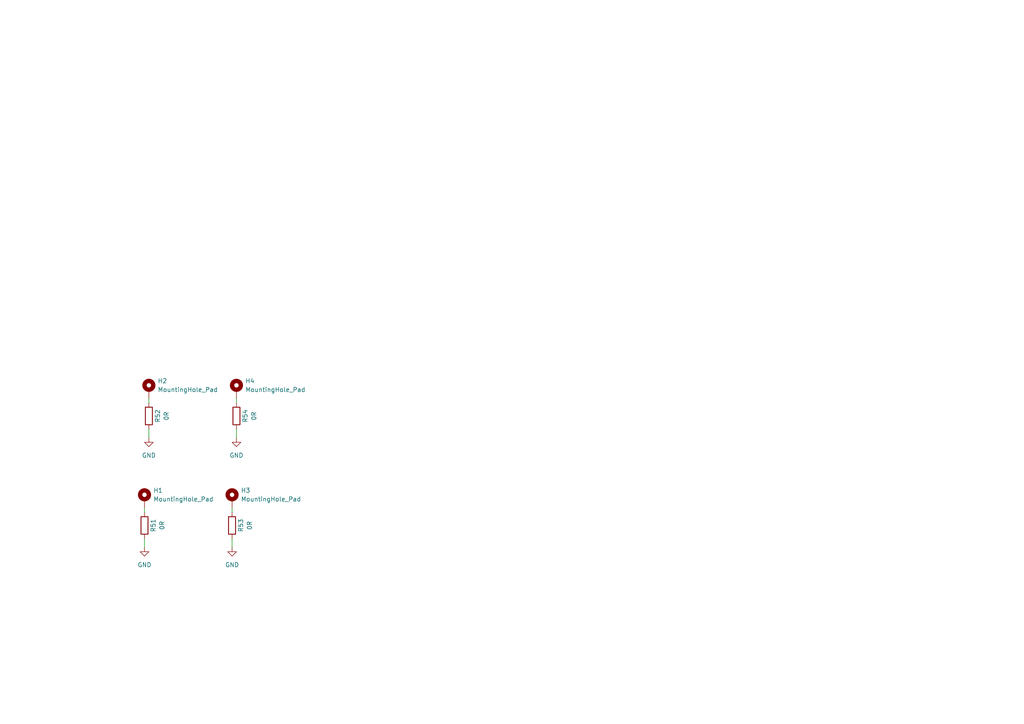
<source format=kicad_sch>
(kicad_sch (version 20230121) (generator eeschema)
  (paper "A4")
  (lib_symbols
    (symbol "Device:R" (pin_numbers hide) (pin_names (offset 0))
      (property "Reference" "R" (at 2.032 0 90))
      (property "Value" "R" (at 0 0 90))
      (symbol "R_0_1"
        (rectangle (start -1.016 -2.54) (end 1.016 2.54) (stroke (width 0.254)))
      )
      (symbol "R_1_1"
        (pin passive line (at 0 3.81 270) (length 1.27) (name "~") (number "1"))
        (pin passive line (at 0 -3.81 90) (length 1.27) (name "~") (number "2"))
      )
    )
    (symbol "Mechanical:MountingHole_Pad" (pin_numbers hide) (pin_names (offset 1.016) hide)
      (property "Reference" "H" (at 0 6.35 0))
      (property "Value" "MountingHole_Pad" (at 0 4.445 0))
      (symbol "MountingHole_Pad_0_1"
        (circle (center 0 1.27) (radius 1.27) (stroke (width 1.27)))
      )
      (symbol "MountingHole_Pad_1_1"
        (pin input line (at 0 -2.54 90) (length 2.54) (name "1") (number "1"))
      )
    )
    (symbol "power:GND" (power) (pin_names (offset 0))
      (property "Value" "GND" (at 0 -3.81 0))
      (symbol "GND_0_1"
        (polyline (pts (xy 0 0) (xy 0 -1.27) (xy 1.27 -1.27) (xy 0 -2.54) (xy -1.27 -1.27) (xy 0 -1.27)))
      )
      (symbol "GND_1_1"
        (pin power_in line (at 0 0 270) (length 0) hide (name "GND") (number "1"))
      )
    )
  )
  (wire (pts (xy 43.18 124.46) (xy 43.18 127)))
  (wire (pts (xy 67.31 147.32) (xy 67.31 148.59)))
  (wire (pts (xy 68.58 115.57) (xy 68.58 116.84)))
  (wire (pts (xy 67.31 156.21) (xy 67.31 158.75)))
  (wire (pts (xy 43.18 115.57) (xy 43.18 116.84)))
  (wire (pts (xy 68.58 124.46) (xy 68.58 127)))
  (wire (pts (xy 41.91 156.21) (xy 41.91 158.75)))
  (wire (pts (xy 41.91 147.32) (xy 41.91 148.59)))
  (symbol (lib_id "Device:R") (at 68.58 120.65 0) (mirror x) (unit 1)
    (property "Reference" "R54" (at 71.12 120.65 90))
    (property "Value" "0R" (at 73.66 120.65 90))
    (property "Footprint" "Resistor_SMD:R_0603_1608Metric_Pad0.98x0.95mm_HandSolder" (effects hide))
  )
  (symbol (lib_id "Mechanical:MountingHole_Pad") (at 43.18 113.03 0) (unit 1)
    (property "Reference" "H2" (at 45.72 110.49 0) (effects (justify left)))
    (property "Value" "MountingHole_Pad" (at 45.72 113.03 0) (effects (justify left)))
    (property "Footprint" "MountingHole:MountingHole_3.2mm_M3_Pad_Via" (effects hide))
  )
  (symbol (lib_id "Device:R") (at 41.91 152.4 0) (mirror x) (unit 1)
    (property "Reference" "R51" (at 44.45 152.4 90))
    (property "Value" "0R" (at 46.99 152.4 90))
    (property "Footprint" "Resistor_SMD:R_0603_1608Metric_Pad0.98x0.95mm_HandSolder" (effects hide))
  )
  (symbol (lib_id "Device:R") (at 43.18 120.65 0) (mirror x) (unit 1)
    (property "Reference" "R52" (at 45.72 120.65 90))
    (property "Value" "0R" (at 48.26 120.65 90))
    (property "Footprint" "Resistor_SMD:R_0603_1608Metric_Pad0.98x0.95mm_HandSolder" (effects hide))
  )
  (symbol (lib_id "Mechanical:MountingHole_Pad") (at 68.58 113.03 0) (unit 1)
    (property "Reference" "H4" (at 71.12 110.49 0) (effects (justify left)))
    (property "Value" "MountingHole_Pad" (at 71.12 113.03 0) (effects (justify left)))
    (property "Footprint" "MountingHole:MountingHole_3.2mm_M3_Pad_Via" (effects hide))
  )
  (symbol (lib_id "power:GND") (at 43.18 127 0) (unit 1)
    (property "Reference" "#PWR078" (effects hide))
    (property "Value" "GND" (at 43.18 132.08 0))
  )
  (symbol (lib_id "Device:R") (at 67.31 152.4 0) (mirror x) (unit 1)
    (property "Reference" "R53" (at 69.85 152.4 90))
    (property "Value" "0R" (at 72.39 152.4 90))
    (property "Footprint" "Resistor_SMD:R_0603_1608Metric_Pad0.98x0.95mm_HandSolder" (effects hide))
  )
  (symbol (lib_id "power:GND") (at 67.31 158.75 0) (unit 1)
    (property "Reference" "#PWR079" (effects hide))
    (property "Value" "GND" (at 67.31 163.83 0))
  )
  (symbol (lib_id "power:GND") (at 68.58 127 0) (unit 1)
    (property "Reference" "#PWR080" (effects hide))
    (property "Value" "GND" (at 68.58 132.08 0))
  )
  (symbol (lib_id "Mechanical:MountingHole_Pad") (at 41.91 144.78 0) (unit 1)
    (property "Reference" "H1" (at 44.45 142.24 0) (effects (justify left)))
    (property "Value" "MountingHole_Pad" (at 44.45 144.78 0) (effects (justify left)))
    (property "Footprint" "MountingHole:MountingHole_3.2mm_M3_Pad_Via" (effects hide))
  )
  (symbol (lib_id "Mechanical:MountingHole_Pad") (at 67.31 144.78 0) (unit 1)
    (property "Reference" "H3" (at 69.85 142.24 0) (effects (justify left)))
    (property "Value" "MountingHole_Pad" (at 69.85 144.78 0) (effects (justify left)))
    (property "Footprint" "MountingHole:MountingHole_3.2mm_M3_Pad_Via" (effects hide))
  )
  (symbol (lib_id "power:GND") (at 41.91 158.75 0) (unit 1)
    (property "Reference" "#PWR077" (effects hide))
    (property "Value" "GND" (at 41.91 163.83 0))
  )
)
</source>
